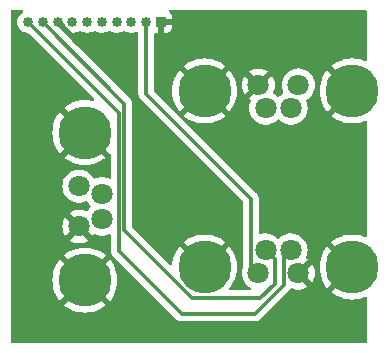
<source format=gbr>
%TF.GenerationSoftware,KiCad,Pcbnew,7.0.8*%
%TF.CreationDate,2023-11-09T12:14:12+01:00*%
%TF.ProjectId,travel_pressure_pcb,74726176-656c-45f7-9072-657373757265,rev?*%
%TF.SameCoordinates,Original*%
%TF.FileFunction,Copper,L1,Top*%
%TF.FilePolarity,Positive*%
%FSLAX46Y46*%
G04 Gerber Fmt 4.6, Leading zero omitted, Abs format (unit mm)*
G04 Created by KiCad (PCBNEW 7.0.8) date 2023-11-09 12:14:12*
%MOMM*%
%LPD*%
G01*
G04 APERTURE LIST*
%TA.AperFunction,ComponentPad*%
%ADD10C,1.800000*%
%TD*%
%TA.AperFunction,ComponentPad*%
%ADD11C,4.500000*%
%TD*%
%TA.AperFunction,ComponentPad*%
%ADD12R,0.850000X0.850000*%
%TD*%
%TA.AperFunction,ComponentPad*%
%ADD13C,0.850000*%
%TD*%
%TA.AperFunction,ViaPad*%
%ADD14C,0.800000*%
%TD*%
%TA.AperFunction,Conductor*%
%ADD15C,0.500000*%
%TD*%
%TA.AperFunction,Conductor*%
%ADD16C,0.300000*%
%TD*%
G04 APERTURE END LIST*
D10*
%TO.P,J2,1,1*%
%TO.N,GND*%
X106254000Y-91040000D03*
%TO.P,J2,2,2*%
%TO.N,TRAVEL_FRONT_SENSOR*%
X108204000Y-90415000D03*
%TO.P,J2,3,3*%
%TO.N,+3.3VA*%
X106254000Y-87640000D03*
%TO.P,J2,4,4*%
%TO.N,TRAVEL_REAR_SENSOR*%
X108204000Y-88265000D03*
D11*
%TO.P,J2,MH1,MH1*%
%TO.N,GND*%
X106754000Y-95590000D03*
%TO.P,J2,MH2,MH2*%
X106754000Y-83090000D03*
%TD*%
D10*
%TO.P,J1,1,1*%
%TO.N,GND*%
X124831000Y-94979000D03*
%TO.P,J1,2,2*%
%TO.N,PRESSURE_FRONT_SENSOR*%
X124206000Y-93029000D03*
%TO.P,J1,3,3*%
%TO.N,+5VA*%
X121431000Y-94979000D03*
%TO.P,J1,4,4*%
%TO.N,PRESSURE_REAR_SENSOR*%
X122056000Y-93029000D03*
D11*
%TO.P,J1,MH1,MH1*%
%TO.N,GND*%
X129381000Y-94479000D03*
%TO.P,J1,MH2,MH2*%
X116881000Y-94479000D03*
%TD*%
D10*
%TO.P,J3,1,1*%
%TO.N,GND*%
X121431000Y-79067000D03*
%TO.P,J3,2,2*%
%TO.N,BRAKE_SENSOR_LEFT*%
X122056000Y-81017000D03*
%TO.P,J3,3,3*%
%TO.N,+3.3VA*%
X124831000Y-79067000D03*
%TO.P,J3,4,4*%
%TO.N,BRAKE_SENSOR_RIGHT*%
X124206000Y-81017000D03*
D11*
%TO.P,J3,MH1,MH1*%
%TO.N,GND*%
X116881000Y-79567000D03*
%TO.P,J3,MH2,MH2*%
X129381000Y-79567000D03*
%TD*%
D12*
%TO.P,J4,1,1*%
%TO.N,GND*%
X113186750Y-73729000D03*
D13*
%TO.P,J4,2,2*%
%TO.N,+5VA*%
X111936750Y-73729000D03*
%TO.P,J4,3,3*%
%TO.N,BRAKE_SENSOR_RIGHT*%
X110686750Y-73729000D03*
%TO.P,J4,4,4*%
%TO.N,BRAKE_SENSOR_LEFT*%
X109436750Y-73729000D03*
%TO.P,J4,5,5*%
%TO.N,TRAVEL_FRONT_SENSOR*%
X108186750Y-73729000D03*
%TO.P,J4,6,6*%
%TO.N,TRAVEL_REAR_SENSOR*%
X106936750Y-73729000D03*
%TO.P,J4,7,7*%
%TO.N,+3.3VA*%
X105686750Y-73729000D03*
%TO.P,J4,8,8*%
%TO.N,GND*%
X104436750Y-73729000D03*
%TO.P,J4,9,9*%
%TO.N,PRESSURE_REAR_SENSOR*%
X103186750Y-73729000D03*
%TO.P,J4,10,10*%
%TO.N,PRESSURE_FRONT_SENSOR*%
X101936750Y-73729000D03*
%TD*%
D14*
%TO.N,GND*%
X110490000Y-75565000D03*
X121920000Y-87122000D03*
X113411000Y-75565000D03*
X116840000Y-87122000D03*
%TD*%
D15*
%TO.N,GND*%
X106272750Y-75565000D02*
X110490000Y-75565000D01*
X104436750Y-73729000D02*
X106272750Y-75565000D01*
D16*
%TO.N,PRESSURE_REAR_SENSOR*%
X110101000Y-80643250D02*
X103186750Y-73729000D01*
X115804044Y-97079000D02*
X110101000Y-91375956D01*
X122809000Y-93782000D02*
X122809000Y-95885000D01*
X121615000Y-97079000D02*
X115804044Y-97079000D01*
X110101000Y-91375956D02*
X110101000Y-80643250D01*
X122809000Y-95885000D02*
X121615000Y-97079000D01*
X122056000Y-93029000D02*
X122809000Y-93782000D01*
%TO.N,+5VA*%
X120806000Y-94354000D02*
X121431000Y-94979000D01*
X111936750Y-73729000D02*
X111936750Y-79805750D01*
X120806000Y-88675000D02*
X120806000Y-94354000D01*
X111936750Y-79805750D02*
X120806000Y-88675000D01*
%TO.N,PRESSURE_FRONT_SENSOR*%
X124206000Y-93029000D02*
X123581000Y-93654000D01*
X109601000Y-81393250D02*
X101936750Y-73729000D01*
X114935000Y-98425000D02*
X109601000Y-93091000D01*
X123581000Y-93654000D02*
X123581000Y-96002000D01*
X109601000Y-93091000D02*
X109601000Y-81393250D01*
X123581000Y-96002000D02*
X121158000Y-98425000D01*
X121158000Y-98425000D02*
X114935000Y-98425000D01*
%TD*%
%TA.AperFunction,Conductor*%
%TO.N,GND*%
G36*
X101475781Y-72711785D02*
G01*
X101521536Y-72764589D01*
X101531480Y-72833747D01*
X101502455Y-72897303D01*
X101476392Y-72918821D01*
X101476709Y-72919258D01*
X101314055Y-73037433D01*
X101314052Y-73037435D01*
X101183879Y-73182009D01*
X101086607Y-73350488D01*
X101086606Y-73350489D01*
X101026488Y-73535516D01*
X101006152Y-73729000D01*
X101026488Y-73922483D01*
X101086606Y-74107510D01*
X101086607Y-74107511D01*
X101141061Y-74201827D01*
X101183880Y-74275992D01*
X101229226Y-74326354D01*
X101314052Y-74420564D01*
X101314055Y-74420566D01*
X101314058Y-74420569D01*
X101384635Y-74471846D01*
X101471452Y-74534923D01*
X101525967Y-74559194D01*
X101649179Y-74614051D01*
X101839476Y-74654500D01*
X101890942Y-74654500D01*
X101957981Y-74674185D01*
X101978623Y-74690819D01*
X107486415Y-80198611D01*
X107519900Y-80259934D01*
X107514916Y-80329626D01*
X107473044Y-80385559D01*
X107407580Y-80409976D01*
X107376382Y-80408261D01*
X107086076Y-80355060D01*
X106754000Y-80334974D01*
X106421923Y-80355060D01*
X106094670Y-80415032D01*
X105777071Y-80513999D01*
X105777056Y-80514005D01*
X105473680Y-80650543D01*
X105473678Y-80650545D01*
X105188968Y-80822657D01*
X105188960Y-80822662D01*
X104993416Y-80975861D01*
X104993416Y-80975862D01*
X105884117Y-81866563D01*
X105829523Y-81902232D01*
X105646632Y-82070596D01*
X105530389Y-82219943D01*
X104639862Y-81329416D01*
X104639861Y-81329416D01*
X104486662Y-81524960D01*
X104486657Y-81524968D01*
X104314545Y-81809678D01*
X104314543Y-81809680D01*
X104178005Y-82113056D01*
X104177999Y-82113071D01*
X104079032Y-82430670D01*
X104019060Y-82757923D01*
X103998974Y-83090000D01*
X104019060Y-83422076D01*
X104079032Y-83749329D01*
X104177999Y-84066928D01*
X104178005Y-84066943D01*
X104314543Y-84370319D01*
X104314545Y-84370321D01*
X104486656Y-84655030D01*
X104639862Y-84850582D01*
X105530389Y-83960055D01*
X105646632Y-84109404D01*
X105829523Y-84277768D01*
X105884116Y-84313435D01*
X104993416Y-85204136D01*
X104993416Y-85204137D01*
X105188969Y-85357343D01*
X105473678Y-85529454D01*
X105473680Y-85529456D01*
X105777056Y-85665994D01*
X105777071Y-85666000D01*
X106094670Y-85764967D01*
X106421923Y-85824939D01*
X106754000Y-85845025D01*
X107086076Y-85824939D01*
X107413329Y-85764967D01*
X107730928Y-85666000D01*
X107730943Y-85665994D01*
X108034319Y-85529456D01*
X108034321Y-85529454D01*
X108319031Y-85357342D01*
X108319039Y-85357336D01*
X108514582Y-85204137D01*
X108514582Y-85204136D01*
X107623882Y-84313435D01*
X107678477Y-84277768D01*
X107861368Y-84109404D01*
X107977610Y-83960056D01*
X108886579Y-84869025D01*
X108887105Y-84869146D01*
X108905549Y-84887995D01*
X108907599Y-84890045D01*
X108907576Y-84890067D01*
X108935971Y-84919085D01*
X108950500Y-84977327D01*
X108950500Y-86868456D01*
X108930815Y-86935495D01*
X108878011Y-86981250D01*
X108808853Y-86991194D01*
X108773481Y-86979498D01*
X108773206Y-86980127D01*
X108768498Y-86978062D01*
X108548984Y-86902702D01*
X108377282Y-86874050D01*
X108320049Y-86864500D01*
X108087951Y-86864500D01*
X108064244Y-86868456D01*
X107859015Y-86902702D01*
X107639501Y-86978062D01*
X107639482Y-86978070D01*
X107632714Y-86981733D01*
X107564385Y-86996323D01*
X107499014Y-86971655D01*
X107469896Y-86940496D01*
X107420245Y-86864500D01*
X107362979Y-86776847D01*
X107205784Y-86606087D01*
X107205779Y-86606083D01*
X107205777Y-86606081D01*
X107022634Y-86463535D01*
X107022628Y-86463531D01*
X106818504Y-86353064D01*
X106818495Y-86353061D01*
X106598984Y-86277702D01*
X106427282Y-86249050D01*
X106370049Y-86239500D01*
X106137951Y-86239500D01*
X106092164Y-86247140D01*
X105909015Y-86277702D01*
X105689504Y-86353061D01*
X105689495Y-86353064D01*
X105485371Y-86463531D01*
X105485365Y-86463535D01*
X105302222Y-86606081D01*
X105302219Y-86606084D01*
X105145016Y-86776852D01*
X105018075Y-86971151D01*
X104924842Y-87183699D01*
X104867866Y-87408691D01*
X104867864Y-87408702D01*
X104848700Y-87639993D01*
X104848700Y-87640006D01*
X104867864Y-87871297D01*
X104867866Y-87871308D01*
X104924842Y-88096300D01*
X105018075Y-88308848D01*
X105145016Y-88503147D01*
X105145019Y-88503151D01*
X105145021Y-88503153D01*
X105302216Y-88673913D01*
X105302219Y-88673915D01*
X105302222Y-88673918D01*
X105485365Y-88816464D01*
X105485371Y-88816468D01*
X105485374Y-88816470D01*
X105689497Y-88926936D01*
X105798926Y-88964503D01*
X105909015Y-89002297D01*
X105909017Y-89002297D01*
X105909019Y-89002298D01*
X106137951Y-89040500D01*
X106137952Y-89040500D01*
X106370048Y-89040500D01*
X106370049Y-89040500D01*
X106598981Y-89002298D01*
X106818503Y-88926936D01*
X106825276Y-88923270D01*
X106893601Y-88908674D01*
X106958974Y-88933335D01*
X106988103Y-88964503D01*
X107095018Y-89128150D01*
X107212728Y-89256018D01*
X107243650Y-89318672D01*
X107235790Y-89388098D01*
X107212728Y-89423982D01*
X107095017Y-89551850D01*
X106987828Y-89715916D01*
X106934682Y-89761272D01*
X106865451Y-89770696D01*
X106825007Y-89757151D01*
X106818311Y-89753527D01*
X106818293Y-89753520D01*
X106598860Y-89678188D01*
X106370007Y-89640000D01*
X106137993Y-89640000D01*
X105909139Y-89678188D01*
X105689706Y-89753520D01*
X105689698Y-89753523D01*
X105485644Y-89863952D01*
X105455200Y-89887646D01*
X105455200Y-89887647D01*
X106006466Y-90438913D01*
X105938371Y-90465874D01*
X105805508Y-90562405D01*
X105700825Y-90688945D01*
X105652368Y-90791921D01*
X105102812Y-90242365D01*
X105018516Y-90371391D01*
X105018514Y-90371395D01*
X104925317Y-90583864D01*
X104868361Y-90808781D01*
X104849202Y-91039994D01*
X104849202Y-91040005D01*
X104868361Y-91271218D01*
X104925317Y-91496135D01*
X105018516Y-91708609D01*
X105102811Y-91837633D01*
X105651452Y-91288993D01*
X105661188Y-91318956D01*
X105749186Y-91457619D01*
X105868903Y-91570040D01*
X106003510Y-91644041D01*
X105455199Y-92192351D01*
X105485650Y-92216050D01*
X105689697Y-92326476D01*
X105689706Y-92326479D01*
X105909139Y-92401811D01*
X106137993Y-92440000D01*
X106370007Y-92440000D01*
X106598860Y-92401811D01*
X106818293Y-92326479D01*
X106818302Y-92326476D01*
X107022350Y-92216050D01*
X107052798Y-92192351D01*
X106501533Y-91641086D01*
X106569629Y-91614126D01*
X106702492Y-91517595D01*
X106807175Y-91391055D01*
X106855631Y-91288079D01*
X107405186Y-91837634D01*
X107469455Y-91739264D01*
X107522602Y-91693908D01*
X107591833Y-91684484D01*
X107632283Y-91698032D01*
X107638042Y-91701149D01*
X107639497Y-91701936D01*
X107748230Y-91739264D01*
X107859015Y-91777297D01*
X107859017Y-91777297D01*
X107859019Y-91777298D01*
X108087951Y-91815500D01*
X108087952Y-91815500D01*
X108320048Y-91815500D01*
X108320049Y-91815500D01*
X108548981Y-91777298D01*
X108768503Y-91701936D01*
X108768517Y-91701928D01*
X108773201Y-91699875D01*
X108773759Y-91701149D01*
X108835802Y-91687892D01*
X108901176Y-91712551D01*
X108942841Y-91768638D01*
X108950500Y-91811543D01*
X108950500Y-93005494D01*
X108948732Y-93021505D01*
X108948974Y-93021528D01*
X108948240Y-93029294D01*
X108950500Y-93101203D01*
X108950500Y-93131920D01*
X108950501Y-93131940D01*
X108951418Y-93139206D01*
X108951876Y-93145024D01*
X108953402Y-93193567D01*
X108953403Y-93193570D01*
X108959323Y-93213948D01*
X108963268Y-93232996D01*
X108965928Y-93254054D01*
X108965931Y-93254064D01*
X108983813Y-93299230D01*
X108985705Y-93304758D01*
X108999254Y-93351395D01*
X108999255Y-93351397D01*
X109010060Y-93369666D01*
X109018617Y-93387134D01*
X109024226Y-93401300D01*
X109026432Y-93406872D01*
X109054983Y-93446170D01*
X109058188Y-93451049D01*
X109082919Y-93492865D01*
X109082923Y-93492869D01*
X109097925Y-93507871D01*
X109110563Y-93522669D01*
X109123033Y-93539833D01*
X109123036Y-93539836D01*
X109123037Y-93539837D01*
X109160476Y-93570809D01*
X109164776Y-93574722D01*
X111803409Y-96213355D01*
X114414564Y-98824510D01*
X114424635Y-98837080D01*
X114424822Y-98836926D01*
X114429796Y-98842937D01*
X114429798Y-98842940D01*
X114449254Y-98861210D01*
X114482243Y-98892190D01*
X114503967Y-98913913D01*
X114509757Y-98918405D01*
X114514197Y-98922197D01*
X114543498Y-98949711D01*
X114549607Y-98955448D01*
X114549609Y-98955449D01*
X114568205Y-98965672D01*
X114584470Y-98976357D01*
X114601232Y-98989360D01*
X114601235Y-98989361D01*
X114601236Y-98989362D01*
X114645823Y-99008656D01*
X114651059Y-99011221D01*
X114693632Y-99034627D01*
X114709340Y-99038659D01*
X114714186Y-99039904D01*
X114732598Y-99046207D01*
X114752073Y-99054635D01*
X114800071Y-99062237D01*
X114805740Y-99063411D01*
X114852823Y-99075500D01*
X114874051Y-99075500D01*
X114893448Y-99077026D01*
X114914403Y-99080345D01*
X114914404Y-99080346D01*
X114914404Y-99080345D01*
X114914405Y-99080346D01*
X114962761Y-99075775D01*
X114968599Y-99075500D01*
X121072495Y-99075500D01*
X121088505Y-99077267D01*
X121088528Y-99077026D01*
X121096289Y-99077758D01*
X121096296Y-99077760D01*
X121168203Y-99075500D01*
X121198925Y-99075500D01*
X121206190Y-99074581D01*
X121212016Y-99074122D01*
X121260569Y-99072597D01*
X121280956Y-99066673D01*
X121299996Y-99062731D01*
X121321058Y-99060071D01*
X121366235Y-99042183D01*
X121371735Y-99040300D01*
X121418398Y-99026744D01*
X121436665Y-99015939D01*
X121454136Y-99007380D01*
X121473871Y-98999568D01*
X121513177Y-98971010D01*
X121518043Y-98967813D01*
X121559865Y-98943081D01*
X121574870Y-98928075D01*
X121589668Y-98915436D01*
X121606837Y-98902963D01*
X121637809Y-98865522D01*
X121641723Y-98861221D01*
X123980513Y-96522431D01*
X123993079Y-96512365D01*
X123992925Y-96512178D01*
X123998937Y-96507204D01*
X123998937Y-96507203D01*
X123998940Y-96507202D01*
X124048190Y-96454755D01*
X124069911Y-96433035D01*
X124074401Y-96427245D01*
X124078183Y-96422815D01*
X124111448Y-96387393D01*
X124121674Y-96368790D01*
X124132353Y-96352533D01*
X124145362Y-96335764D01*
X124145365Y-96335755D01*
X124148954Y-96329689D01*
X124200019Y-96282001D01*
X124268759Y-96269492D01*
X124295954Y-96275520D01*
X124486139Y-96340811D01*
X124714993Y-96379000D01*
X124947007Y-96379000D01*
X125175860Y-96340811D01*
X125395293Y-96265479D01*
X125395302Y-96265476D01*
X125599350Y-96155050D01*
X125629798Y-96131351D01*
X125078533Y-95580086D01*
X125146629Y-95553126D01*
X125279492Y-95456595D01*
X125384175Y-95330055D01*
X125432631Y-95227079D01*
X125982186Y-95776634D01*
X126066484Y-95647606D01*
X126159682Y-95435135D01*
X126216638Y-95210218D01*
X126235798Y-94979005D01*
X126235798Y-94978994D01*
X126216638Y-94747781D01*
X126159682Y-94522864D01*
X126066483Y-94310390D01*
X125982186Y-94181364D01*
X125433546Y-94730004D01*
X125423812Y-94700044D01*
X125335814Y-94561381D01*
X125216097Y-94448960D01*
X125081488Y-94374957D01*
X125629799Y-93826647D01*
X125599347Y-93802947D01*
X125535258Y-93768263D01*
X125485668Y-93719043D01*
X125470561Y-93650827D01*
X125480722Y-93609398D01*
X125497654Y-93570799D01*
X125522229Y-93514773D01*
X125535156Y-93485303D01*
X125543830Y-93451053D01*
X125592134Y-93260305D01*
X125595199Y-93223317D01*
X125611300Y-93029006D01*
X125611300Y-93028993D01*
X125592135Y-92797702D01*
X125592133Y-92797691D01*
X125535157Y-92572699D01*
X125441924Y-92360151D01*
X125314983Y-92165852D01*
X125314980Y-92165849D01*
X125314979Y-92165847D01*
X125157784Y-91995087D01*
X125157779Y-91995083D01*
X125157777Y-91995081D01*
X124974634Y-91852535D01*
X124974628Y-91852531D01*
X124770504Y-91742064D01*
X124770495Y-91742061D01*
X124550984Y-91666702D01*
X124379282Y-91638050D01*
X124322049Y-91628500D01*
X124089951Y-91628500D01*
X124044164Y-91636140D01*
X123861015Y-91666702D01*
X123641504Y-91742061D01*
X123641495Y-91742064D01*
X123437371Y-91852531D01*
X123308114Y-91953136D01*
X123254216Y-91995087D01*
X123254213Y-91995089D01*
X123254212Y-91995091D01*
X123222229Y-92029834D01*
X123162341Y-92065824D01*
X123092503Y-92063723D01*
X123039771Y-92029834D01*
X123036721Y-92026521D01*
X123007784Y-91995087D01*
X122878524Y-91894480D01*
X122824628Y-91852531D01*
X122620504Y-91742064D01*
X122620495Y-91742061D01*
X122400984Y-91666702D01*
X122229282Y-91638050D01*
X122172049Y-91628500D01*
X121939951Y-91628500D01*
X121907246Y-91633957D01*
X121711013Y-91666702D01*
X121620762Y-91697686D01*
X121550964Y-91700836D01*
X121490543Y-91665749D01*
X121458682Y-91603567D01*
X121456500Y-91580405D01*
X121456500Y-88760503D01*
X121458268Y-88744491D01*
X121458026Y-88744469D01*
X121458760Y-88736706D01*
X121456500Y-88664782D01*
X121456500Y-88634078D01*
X121456500Y-88634075D01*
X121455579Y-88626792D01*
X121455123Y-88620987D01*
X121453598Y-88572431D01*
X121447676Y-88552050D01*
X121443731Y-88532995D01*
X121441072Y-88511949D01*
X121441071Y-88511948D01*
X121441071Y-88511942D01*
X121423189Y-88466779D01*
X121421300Y-88461259D01*
X121419044Y-88453494D01*
X121407745Y-88414602D01*
X121407142Y-88413583D01*
X121396936Y-88396324D01*
X121388378Y-88378855D01*
X121380568Y-88359129D01*
X121352006Y-88319818D01*
X121348818Y-88314964D01*
X121324081Y-88273135D01*
X121309075Y-88258129D01*
X121296435Y-88243330D01*
X121283961Y-88226160D01*
X121246528Y-88195194D01*
X121242206Y-88191260D01*
X112623569Y-79572623D01*
X112620499Y-79567000D01*
X114125974Y-79567000D01*
X114146060Y-79899076D01*
X114206032Y-80226329D01*
X114304999Y-80543928D01*
X114305005Y-80543943D01*
X114441543Y-80847319D01*
X114441545Y-80847321D01*
X114613656Y-81132030D01*
X114766862Y-81327582D01*
X115657389Y-80437055D01*
X115773632Y-80586404D01*
X115956523Y-80754768D01*
X116011116Y-80790435D01*
X115120416Y-81681136D01*
X115120416Y-81681137D01*
X115315969Y-81834343D01*
X115600678Y-82006454D01*
X115600680Y-82006456D01*
X115904056Y-82142994D01*
X115904071Y-82143000D01*
X116221670Y-82241967D01*
X116548923Y-82301939D01*
X116881000Y-82322025D01*
X117213076Y-82301939D01*
X117540329Y-82241967D01*
X117857928Y-82143000D01*
X117857943Y-82142994D01*
X118161319Y-82006456D01*
X118161321Y-82006454D01*
X118446031Y-81834342D01*
X118446039Y-81834336D01*
X118641582Y-81681137D01*
X118641582Y-81681136D01*
X117750882Y-80790435D01*
X117805477Y-80754768D01*
X117988368Y-80586404D01*
X118104610Y-80437056D01*
X118995136Y-81327582D01*
X118995137Y-81327582D01*
X119148336Y-81132039D01*
X119148342Y-81132031D01*
X119320454Y-80847321D01*
X119320456Y-80847319D01*
X119456994Y-80543943D01*
X119457000Y-80543928D01*
X119555967Y-80226329D01*
X119615939Y-79899076D01*
X119636025Y-79567000D01*
X119615939Y-79234923D01*
X119585167Y-79067005D01*
X120026202Y-79067005D01*
X120045361Y-79298218D01*
X120102317Y-79523135D01*
X120195516Y-79735609D01*
X120279811Y-79864633D01*
X120828452Y-79315993D01*
X120838188Y-79345956D01*
X120926186Y-79484619D01*
X121045903Y-79597040D01*
X121180510Y-79671041D01*
X120632199Y-80219351D01*
X120662652Y-80243052D01*
X120662656Y-80243055D01*
X120726740Y-80277736D01*
X120776330Y-80326955D01*
X120791438Y-80395172D01*
X120781278Y-80436600D01*
X120726842Y-80560699D01*
X120669866Y-80785691D01*
X120669864Y-80785702D01*
X120650700Y-81016993D01*
X120650700Y-81017006D01*
X120669864Y-81248297D01*
X120669866Y-81248308D01*
X120726842Y-81473300D01*
X120820075Y-81685848D01*
X120947016Y-81880147D01*
X120947019Y-81880151D01*
X120947021Y-81880153D01*
X121104216Y-82050913D01*
X121104219Y-82050915D01*
X121104222Y-82050918D01*
X121287365Y-82193464D01*
X121287371Y-82193468D01*
X121287374Y-82193470D01*
X121491497Y-82303936D01*
X121605487Y-82343068D01*
X121711015Y-82379297D01*
X121711017Y-82379297D01*
X121711019Y-82379298D01*
X121939951Y-82417500D01*
X121939952Y-82417500D01*
X122172048Y-82417500D01*
X122172049Y-82417500D01*
X122400981Y-82379298D01*
X122620503Y-82303936D01*
X122824626Y-82193470D01*
X123007784Y-82050913D01*
X123039771Y-82016165D01*
X123099657Y-81980176D01*
X123169495Y-81982276D01*
X123222228Y-82016164D01*
X123254216Y-82050913D01*
X123254219Y-82050915D01*
X123254222Y-82050918D01*
X123437365Y-82193464D01*
X123437371Y-82193468D01*
X123437374Y-82193470D01*
X123641497Y-82303936D01*
X123755487Y-82343068D01*
X123861015Y-82379297D01*
X123861017Y-82379297D01*
X123861019Y-82379298D01*
X124089951Y-82417500D01*
X124089952Y-82417500D01*
X124322048Y-82417500D01*
X124322049Y-82417500D01*
X124550981Y-82379298D01*
X124770503Y-82303936D01*
X124974626Y-82193470D01*
X125157784Y-82050913D01*
X125314979Y-81880153D01*
X125441924Y-81685849D01*
X125535157Y-81473300D01*
X125592134Y-81248305D01*
X125601768Y-81132039D01*
X125611300Y-81017006D01*
X125611300Y-81016993D01*
X125592135Y-80785702D01*
X125592133Y-80785691D01*
X125574247Y-80715063D01*
X125535157Y-80560700D01*
X125480921Y-80437056D01*
X125472019Y-80367759D01*
X125501996Y-80304646D01*
X125535455Y-80278197D01*
X125599626Y-80243470D01*
X125602303Y-80241387D01*
X125704831Y-80161586D01*
X125782784Y-80100913D01*
X125939979Y-79930153D01*
X126066924Y-79735849D01*
X126160157Y-79523300D01*
X126217134Y-79298305D01*
X126217135Y-79298297D01*
X126236300Y-79067006D01*
X126236300Y-79066993D01*
X126217135Y-78835702D01*
X126217133Y-78835691D01*
X126160157Y-78610699D01*
X126066924Y-78398151D01*
X125939983Y-78203852D01*
X125939980Y-78203849D01*
X125939979Y-78203847D01*
X125782784Y-78033087D01*
X125782779Y-78033083D01*
X125782777Y-78033081D01*
X125599634Y-77890535D01*
X125599628Y-77890531D01*
X125395504Y-77780064D01*
X125395495Y-77780061D01*
X125175984Y-77704702D01*
X125004282Y-77676050D01*
X124947049Y-77666500D01*
X124714951Y-77666500D01*
X124669164Y-77674140D01*
X124486015Y-77704702D01*
X124266504Y-77780061D01*
X124266495Y-77780064D01*
X124062371Y-77890531D01*
X124062365Y-77890535D01*
X123879222Y-78033081D01*
X123879219Y-78033084D01*
X123722016Y-78203852D01*
X123595075Y-78398151D01*
X123501842Y-78610699D01*
X123444866Y-78835691D01*
X123444864Y-78835702D01*
X123425700Y-79066993D01*
X123425700Y-79067006D01*
X123444864Y-79298297D01*
X123444866Y-79298308D01*
X123501842Y-79523300D01*
X123556076Y-79646940D01*
X123564979Y-79716240D01*
X123535002Y-79779352D01*
X123501539Y-79805804D01*
X123437376Y-79840528D01*
X123437371Y-79840531D01*
X123322226Y-79930153D01*
X123254216Y-79983087D01*
X123254213Y-79983089D01*
X123254212Y-79983091D01*
X123222229Y-80017834D01*
X123162341Y-80053824D01*
X123092503Y-80051723D01*
X123039771Y-80017834D01*
X123036223Y-80013980D01*
X123007784Y-79983087D01*
X122841876Y-79853956D01*
X122824628Y-79840531D01*
X122824619Y-79840525D01*
X122760019Y-79805565D01*
X122710428Y-79756346D01*
X122695321Y-79688129D01*
X122705481Y-79646700D01*
X122759683Y-79523132D01*
X122816638Y-79298218D01*
X122835798Y-79067005D01*
X122835798Y-79066994D01*
X122816638Y-78835781D01*
X122759682Y-78610864D01*
X122666483Y-78398390D01*
X122582186Y-78269364D01*
X122033546Y-78818004D01*
X122023812Y-78788044D01*
X121935814Y-78649381D01*
X121816097Y-78536960D01*
X121681489Y-78462958D01*
X122229799Y-77914648D01*
X122229799Y-77914647D01*
X122199349Y-77890949D01*
X121995302Y-77780523D01*
X121995293Y-77780520D01*
X121775860Y-77705188D01*
X121547007Y-77667000D01*
X121314993Y-77667000D01*
X121086139Y-77705188D01*
X120866706Y-77780520D01*
X120866698Y-77780523D01*
X120662644Y-77890952D01*
X120632200Y-77914646D01*
X120632200Y-77914647D01*
X121183466Y-78465913D01*
X121115371Y-78492874D01*
X120982508Y-78589405D01*
X120877825Y-78715945D01*
X120829368Y-78818921D01*
X120279812Y-78269365D01*
X120195516Y-78398391D01*
X120195514Y-78398395D01*
X120102317Y-78610864D01*
X120045361Y-78835781D01*
X120026202Y-79066994D01*
X120026202Y-79067005D01*
X119585167Y-79067005D01*
X119555967Y-78907670D01*
X119457000Y-78590071D01*
X119456994Y-78590056D01*
X119320456Y-78286680D01*
X119320454Y-78286678D01*
X119148343Y-78001969D01*
X118995136Y-77806416D01*
X118104609Y-78696942D01*
X117988368Y-78547596D01*
X117805477Y-78379232D01*
X117750882Y-78343563D01*
X118641582Y-77452862D01*
X118641582Y-77452861D01*
X118446030Y-77299656D01*
X118161321Y-77127545D01*
X118161319Y-77127543D01*
X117857943Y-76991005D01*
X117857928Y-76990999D01*
X117540329Y-76892032D01*
X117213076Y-76832060D01*
X116881000Y-76811974D01*
X116548923Y-76832060D01*
X116221670Y-76892032D01*
X115904071Y-76990999D01*
X115904056Y-76991005D01*
X115600680Y-77127543D01*
X115600678Y-77127545D01*
X115315968Y-77299657D01*
X115315960Y-77299662D01*
X115120416Y-77452861D01*
X115120416Y-77452862D01*
X116011117Y-78343563D01*
X115956523Y-78379232D01*
X115773632Y-78547596D01*
X115657389Y-78696943D01*
X114766862Y-77806416D01*
X114766861Y-77806416D01*
X114613662Y-78001960D01*
X114613657Y-78001968D01*
X114441545Y-78286678D01*
X114441543Y-78286680D01*
X114305005Y-78590056D01*
X114304999Y-78590071D01*
X114206032Y-78907670D01*
X114146060Y-79234923D01*
X114125974Y-79567000D01*
X112620499Y-79567000D01*
X112590084Y-79511300D01*
X112587250Y-79484942D01*
X112587250Y-74778000D01*
X112606935Y-74710961D01*
X112659739Y-74665206D01*
X112711250Y-74654000D01*
X112936750Y-74654000D01*
X112936750Y-73753623D01*
X112951255Y-73826545D01*
X113006510Y-73909240D01*
X113089205Y-73964495D01*
X113162126Y-73979000D01*
X113211374Y-73979000D01*
X113436750Y-73979000D01*
X113436750Y-74654000D01*
X113659578Y-74654000D01*
X113659594Y-74653999D01*
X113719122Y-74647598D01*
X113719129Y-74647596D01*
X113853836Y-74597354D01*
X113853843Y-74597350D01*
X113968937Y-74511190D01*
X113968940Y-74511187D01*
X114055100Y-74396093D01*
X114055104Y-74396086D01*
X114105346Y-74261379D01*
X114105348Y-74261372D01*
X114111749Y-74201844D01*
X114111750Y-74201827D01*
X114111750Y-73979000D01*
X113436750Y-73979000D01*
X113211374Y-73979000D01*
X113284295Y-73964495D01*
X113366990Y-73909240D01*
X113422245Y-73826545D01*
X113441648Y-73729000D01*
X113422245Y-73631455D01*
X113366990Y-73548760D01*
X113284295Y-73493505D01*
X113211374Y-73479000D01*
X114111750Y-73479000D01*
X114111750Y-73256172D01*
X114111749Y-73256155D01*
X114105348Y-73196627D01*
X114105346Y-73196620D01*
X114055104Y-73061913D01*
X114055100Y-73061906D01*
X113968940Y-72946812D01*
X113926934Y-72915366D01*
X113885064Y-72859432D01*
X113880080Y-72789740D01*
X113913566Y-72728418D01*
X113974889Y-72694933D01*
X114001246Y-72692100D01*
X130527000Y-72692100D01*
X130594039Y-72711785D01*
X130639794Y-72764589D01*
X130651000Y-72816100D01*
X130651000Y-76931111D01*
X130631315Y-76998150D01*
X130578511Y-77043905D01*
X130509353Y-77053849D01*
X130476109Y-77044187D01*
X130357938Y-76991003D01*
X130357927Y-76990999D01*
X130040329Y-76892032D01*
X129713076Y-76832060D01*
X129381000Y-76811974D01*
X129048923Y-76832060D01*
X128721670Y-76892032D01*
X128404071Y-76990999D01*
X128404056Y-76991005D01*
X128100680Y-77127543D01*
X128100678Y-77127545D01*
X127815968Y-77299657D01*
X127815960Y-77299662D01*
X127620416Y-77452861D01*
X127620416Y-77452862D01*
X128511117Y-78343563D01*
X128456523Y-78379232D01*
X128273632Y-78547596D01*
X128157389Y-78696943D01*
X127266862Y-77806416D01*
X127266861Y-77806416D01*
X127113662Y-78001960D01*
X127113657Y-78001968D01*
X126941545Y-78286678D01*
X126941543Y-78286680D01*
X126805005Y-78590056D01*
X126804999Y-78590071D01*
X126706032Y-78907670D01*
X126646060Y-79234923D01*
X126625974Y-79567000D01*
X126646060Y-79899076D01*
X126706032Y-80226329D01*
X126804999Y-80543928D01*
X126805005Y-80543943D01*
X126941543Y-80847319D01*
X126941545Y-80847321D01*
X127113656Y-81132030D01*
X127266862Y-81327582D01*
X128157389Y-80437055D01*
X128273632Y-80586404D01*
X128456523Y-80754768D01*
X128511116Y-80790435D01*
X127620416Y-81681136D01*
X127620416Y-81681137D01*
X127815969Y-81834343D01*
X128100678Y-82006454D01*
X128100680Y-82006456D01*
X128404056Y-82142994D01*
X128404071Y-82143000D01*
X128721670Y-82241967D01*
X129048923Y-82301939D01*
X129381000Y-82322025D01*
X129713076Y-82301939D01*
X130040329Y-82241967D01*
X130357928Y-82143000D01*
X130357950Y-82142991D01*
X130476108Y-82089813D01*
X130545320Y-82080249D01*
X130608716Y-82109622D01*
X130646167Y-82168607D01*
X130651000Y-82202888D01*
X130651000Y-91843111D01*
X130631315Y-91910150D01*
X130578511Y-91955905D01*
X130509353Y-91965849D01*
X130476109Y-91956187D01*
X130357938Y-91903003D01*
X130357927Y-91902999D01*
X130040329Y-91804032D01*
X129713076Y-91744060D01*
X129381000Y-91723974D01*
X129048923Y-91744060D01*
X128721670Y-91804032D01*
X128404071Y-91902999D01*
X128404056Y-91903005D01*
X128100680Y-92039543D01*
X128100678Y-92039545D01*
X127815968Y-92211657D01*
X127815960Y-92211662D01*
X127620416Y-92364861D01*
X127620416Y-92364862D01*
X128511117Y-93255563D01*
X128456523Y-93291232D01*
X128273632Y-93459596D01*
X128157389Y-93608943D01*
X127266862Y-92718416D01*
X127266861Y-92718416D01*
X127113662Y-92913960D01*
X127113657Y-92913968D01*
X126941545Y-93198678D01*
X126941543Y-93198680D01*
X126805005Y-93502056D01*
X126804999Y-93502071D01*
X126706032Y-93819670D01*
X126646060Y-94146923D01*
X126625974Y-94479000D01*
X126646060Y-94811076D01*
X126706032Y-95138329D01*
X126804999Y-95455928D01*
X126805005Y-95455943D01*
X126941543Y-95759319D01*
X126941545Y-95759321D01*
X127113656Y-96044030D01*
X127266862Y-96239582D01*
X128157389Y-95349055D01*
X128273632Y-95498404D01*
X128456523Y-95666768D01*
X128511116Y-95702435D01*
X127620416Y-96593136D01*
X127620416Y-96593137D01*
X127815969Y-96746343D01*
X128100678Y-96918454D01*
X128100680Y-96918456D01*
X128404056Y-97054994D01*
X128404071Y-97055000D01*
X128721670Y-97153967D01*
X129048923Y-97213939D01*
X129381000Y-97234025D01*
X129713076Y-97213939D01*
X130040329Y-97153967D01*
X130357928Y-97055000D01*
X130357950Y-97054991D01*
X130476108Y-97001813D01*
X130545320Y-96992249D01*
X130608716Y-97021622D01*
X130646167Y-97080607D01*
X130651000Y-97114888D01*
X130651000Y-100767500D01*
X130631315Y-100834539D01*
X130578511Y-100880294D01*
X130527000Y-100891500D01*
X100622500Y-100891500D01*
X100555461Y-100871815D01*
X100509706Y-100819011D01*
X100498500Y-100767500D01*
X100498500Y-95590000D01*
X103998974Y-95590000D01*
X104019060Y-95922076D01*
X104079032Y-96249329D01*
X104177999Y-96566928D01*
X104178005Y-96566943D01*
X104314543Y-96870319D01*
X104314545Y-96870321D01*
X104486656Y-97155030D01*
X104639862Y-97350582D01*
X105530389Y-96460055D01*
X105646632Y-96609404D01*
X105829523Y-96777768D01*
X105884116Y-96813435D01*
X104993416Y-97704136D01*
X104993416Y-97704137D01*
X105188969Y-97857343D01*
X105473678Y-98029454D01*
X105473680Y-98029456D01*
X105777056Y-98165994D01*
X105777071Y-98166000D01*
X106094670Y-98264967D01*
X106421923Y-98324939D01*
X106754000Y-98345025D01*
X107086076Y-98324939D01*
X107413329Y-98264967D01*
X107730928Y-98166000D01*
X107730943Y-98165994D01*
X108034319Y-98029456D01*
X108034321Y-98029454D01*
X108319031Y-97857342D01*
X108319039Y-97857336D01*
X108514582Y-97704137D01*
X108514582Y-97704136D01*
X107623882Y-96813435D01*
X107678477Y-96777768D01*
X107861368Y-96609404D01*
X107977610Y-96460056D01*
X108868136Y-97350582D01*
X108868137Y-97350582D01*
X109021336Y-97155039D01*
X109021342Y-97155031D01*
X109193454Y-96870321D01*
X109193456Y-96870319D01*
X109329994Y-96566943D01*
X109330000Y-96566928D01*
X109428967Y-96249329D01*
X109488939Y-95922076D01*
X109509025Y-95590000D01*
X109488939Y-95257923D01*
X109428967Y-94930670D01*
X109330000Y-94613071D01*
X109329994Y-94613056D01*
X109193456Y-94309680D01*
X109193454Y-94309678D01*
X109021343Y-94024969D01*
X108868136Y-93829416D01*
X107977609Y-94719942D01*
X107861368Y-94570596D01*
X107678477Y-94402232D01*
X107623882Y-94366563D01*
X108514582Y-93475862D01*
X108514582Y-93475861D01*
X108319030Y-93322656D01*
X108034321Y-93150545D01*
X108034319Y-93150543D01*
X107730943Y-93014005D01*
X107730928Y-93013999D01*
X107413329Y-92915032D01*
X107086076Y-92855060D01*
X106754000Y-92834974D01*
X106421923Y-92855060D01*
X106094670Y-92915032D01*
X105777071Y-93013999D01*
X105777056Y-93014005D01*
X105473680Y-93150543D01*
X105473678Y-93150545D01*
X105188968Y-93322657D01*
X105188960Y-93322662D01*
X104993416Y-93475861D01*
X104993416Y-93475862D01*
X105884117Y-94366563D01*
X105829523Y-94402232D01*
X105646632Y-94570596D01*
X105530389Y-94719943D01*
X104639862Y-93829416D01*
X104639861Y-93829416D01*
X104486662Y-94024960D01*
X104486657Y-94024968D01*
X104314545Y-94309678D01*
X104314543Y-94309680D01*
X104178005Y-94613056D01*
X104177999Y-94613071D01*
X104079032Y-94930670D01*
X104019060Y-95257923D01*
X103998974Y-95590000D01*
X100498500Y-95590000D01*
X100498500Y-72816100D01*
X100518185Y-72749061D01*
X100570989Y-72703306D01*
X100622500Y-72692100D01*
X101408742Y-72692100D01*
X101475781Y-72711785D01*
G37*
%TD.AperFunction*%
%TA.AperFunction,Conductor*%
G36*
X110122724Y-74464191D02*
G01*
X110134623Y-74471837D01*
X110188783Y-74511187D01*
X110221452Y-74534923D01*
X110275967Y-74559194D01*
X110399179Y-74614051D01*
X110589476Y-74654500D01*
X110784024Y-74654500D01*
X110974321Y-74614051D01*
X111111815Y-74552834D01*
X111181065Y-74543551D01*
X111244342Y-74573180D01*
X111281554Y-74632315D01*
X111286250Y-74666115D01*
X111286250Y-79720244D01*
X111284482Y-79736255D01*
X111284724Y-79736278D01*
X111283990Y-79744044D01*
X111286250Y-79815953D01*
X111286250Y-79846670D01*
X111286251Y-79846690D01*
X111287168Y-79853956D01*
X111287626Y-79859774D01*
X111289152Y-79908317D01*
X111289153Y-79908320D01*
X111295073Y-79928698D01*
X111299018Y-79947746D01*
X111301678Y-79968804D01*
X111301681Y-79968814D01*
X111319563Y-80013980D01*
X111321455Y-80019508D01*
X111335004Y-80066145D01*
X111335005Y-80066147D01*
X111345810Y-80084416D01*
X111354367Y-80101884D01*
X111359976Y-80116050D01*
X111362182Y-80121622D01*
X111390733Y-80160920D01*
X111393938Y-80165799D01*
X111418669Y-80207615D01*
X111418673Y-80207619D01*
X111433675Y-80222621D01*
X111446313Y-80237419D01*
X111458783Y-80254583D01*
X111458786Y-80254586D01*
X111458787Y-80254587D01*
X111496226Y-80285559D01*
X111500526Y-80289472D01*
X115866084Y-84655030D01*
X120119181Y-88908127D01*
X120152666Y-88969450D01*
X120155500Y-88995808D01*
X120155500Y-94268494D01*
X120153732Y-94284505D01*
X120153974Y-94284528D01*
X120153240Y-94292294D01*
X120155500Y-94364203D01*
X120155500Y-94374373D01*
X120145056Y-94424182D01*
X120101844Y-94522697D01*
X120101842Y-94522701D01*
X120044866Y-94747691D01*
X120044864Y-94747702D01*
X120025700Y-94978993D01*
X120025700Y-94979006D01*
X120044864Y-95210297D01*
X120044866Y-95210308D01*
X120101842Y-95435300D01*
X120195075Y-95647848D01*
X120322016Y-95842147D01*
X120322019Y-95842151D01*
X120322021Y-95842153D01*
X120479216Y-96012913D01*
X120479219Y-96012915D01*
X120479222Y-96012918D01*
X120662365Y-96155464D01*
X120662376Y-96155471D01*
X120736241Y-96195445D01*
X120785832Y-96244665D01*
X120800940Y-96312881D01*
X120776770Y-96378437D01*
X120720994Y-96420518D01*
X120677224Y-96428500D01*
X119101803Y-96428500D01*
X119034764Y-96408815D01*
X118989009Y-96356011D01*
X118979065Y-96286853D01*
X119004192Y-96228027D01*
X119148337Y-96044039D01*
X119148342Y-96044031D01*
X119320454Y-95759321D01*
X119320456Y-95759319D01*
X119456994Y-95455943D01*
X119457000Y-95455928D01*
X119555967Y-95138329D01*
X119615939Y-94811076D01*
X119636025Y-94479000D01*
X119615939Y-94146923D01*
X119555967Y-93819670D01*
X119457000Y-93502071D01*
X119456994Y-93502056D01*
X119320456Y-93198680D01*
X119320454Y-93198678D01*
X119148343Y-92913969D01*
X118995136Y-92718416D01*
X118104609Y-93608942D01*
X117988368Y-93459596D01*
X117805477Y-93291232D01*
X117750882Y-93255563D01*
X118641582Y-92364862D01*
X118641582Y-92364861D01*
X118446030Y-92211656D01*
X118161321Y-92039545D01*
X118161319Y-92039543D01*
X117857943Y-91903005D01*
X117857928Y-91902999D01*
X117540329Y-91804032D01*
X117213076Y-91744060D01*
X116881000Y-91723974D01*
X116548923Y-91744060D01*
X116221670Y-91804032D01*
X115904071Y-91902999D01*
X115904056Y-91903005D01*
X115600680Y-92039543D01*
X115600678Y-92039545D01*
X115315968Y-92211657D01*
X115315960Y-92211662D01*
X115120416Y-92364861D01*
X115120416Y-92364862D01*
X116011117Y-93255563D01*
X115956523Y-93291232D01*
X115773632Y-93459596D01*
X115657389Y-93608943D01*
X114766862Y-92718416D01*
X114766861Y-92718416D01*
X114613662Y-92913960D01*
X114613657Y-92913968D01*
X114441545Y-93198678D01*
X114441543Y-93198680D01*
X114305005Y-93502056D01*
X114304999Y-93502071D01*
X114206032Y-93819670D01*
X114146060Y-94146923D01*
X114142495Y-94205857D01*
X114118798Y-94271586D01*
X114063327Y-94314068D01*
X113993694Y-94319817D01*
X113932007Y-94287007D01*
X113931040Y-94286050D01*
X110787819Y-91142829D01*
X110754334Y-91081506D01*
X110751500Y-91055148D01*
X110751500Y-80728751D01*
X110753268Y-80712738D01*
X110753026Y-80712716D01*
X110753758Y-80704960D01*
X110753760Y-80704953D01*
X110751500Y-80633046D01*
X110751500Y-80602325D01*
X110750579Y-80595038D01*
X110750122Y-80589229D01*
X110750033Y-80586404D01*
X110748597Y-80540681D01*
X110742676Y-80520303D01*
X110738731Y-80501254D01*
X110736071Y-80480192D01*
X110718186Y-80435021D01*
X110716298Y-80429504D01*
X110709089Y-80404694D01*
X110702744Y-80382851D01*
X110691939Y-80364582D01*
X110683379Y-80347108D01*
X110678575Y-80334974D01*
X110675568Y-80327379D01*
X110647014Y-80288078D01*
X110643810Y-80283200D01*
X110640848Y-80278192D01*
X110619081Y-80241385D01*
X110604075Y-80226379D01*
X110591435Y-80211580D01*
X110588557Y-80207619D01*
X110578963Y-80194413D01*
X110578961Y-80194410D01*
X110541528Y-80163444D01*
X110537206Y-80159510D01*
X105137851Y-74760155D01*
X105104366Y-74698832D01*
X105109350Y-74629140D01*
X105151222Y-74573207D01*
X105216686Y-74548790D01*
X105275967Y-74559194D01*
X105399179Y-74614051D01*
X105589476Y-74654500D01*
X105784024Y-74654500D01*
X105974321Y-74614051D01*
X106152049Y-74534922D01*
X106238866Y-74471844D01*
X106304670Y-74448366D01*
X106372724Y-74464191D01*
X106384623Y-74471837D01*
X106438783Y-74511187D01*
X106471452Y-74534923D01*
X106525967Y-74559194D01*
X106649179Y-74614051D01*
X106839476Y-74654500D01*
X107034024Y-74654500D01*
X107224321Y-74614051D01*
X107402049Y-74534922D01*
X107488866Y-74471844D01*
X107554670Y-74448366D01*
X107622724Y-74464191D01*
X107634623Y-74471837D01*
X107688783Y-74511187D01*
X107721452Y-74534923D01*
X107775967Y-74559194D01*
X107899179Y-74614051D01*
X108089476Y-74654500D01*
X108284024Y-74654500D01*
X108474321Y-74614051D01*
X108652049Y-74534922D01*
X108738866Y-74471844D01*
X108804670Y-74448366D01*
X108872724Y-74464191D01*
X108884623Y-74471837D01*
X108938783Y-74511187D01*
X108971452Y-74534923D01*
X109025967Y-74559194D01*
X109149179Y-74614051D01*
X109339476Y-74654500D01*
X109534024Y-74654500D01*
X109724321Y-74614051D01*
X109902049Y-74534922D01*
X109988866Y-74471844D01*
X110054670Y-74448366D01*
X110122724Y-74464191D01*
G37*
%TD.AperFunction*%
%TA.AperFunction,Conductor*%
G36*
X113089205Y-73493505D02*
G01*
X113006510Y-73548760D01*
X112951255Y-73631455D01*
X112936750Y-73704376D01*
X112936750Y-73603000D01*
X112956435Y-73535961D01*
X113009239Y-73490206D01*
X113060750Y-73479000D01*
X113162126Y-73479000D01*
X113089205Y-73493505D01*
G37*
%TD.AperFunction*%
%TD*%
M02*

</source>
